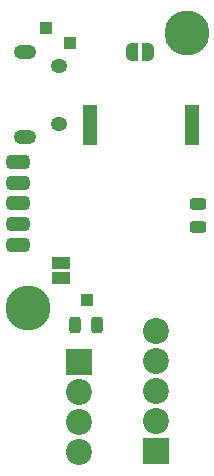
<source format=gbr>
%TF.GenerationSoftware,KiCad,Pcbnew,8.0.0*%
%TF.CreationDate,2024-10-09T20:58:18-07:00*%
%TF.ProjectId,LEO,4c454f2e-6b69-4636-9164-5f7063625858,rev?*%
%TF.SameCoordinates,Original*%
%TF.FileFunction,Soldermask,Top*%
%TF.FilePolarity,Negative*%
%FSLAX46Y46*%
G04 Gerber Fmt 4.6, Leading zero omitted, Abs format (unit mm)*
G04 Created by KiCad (PCBNEW 8.0.0) date 2024-10-09 20:58:18*
%MOMM*%
%LPD*%
G01*
G04 APERTURE LIST*
G04 Aperture macros list*
%AMRoundRect*
0 Rectangle with rounded corners*
0 $1 Rounding radius*
0 $2 $3 $4 $5 $6 $7 $8 $9 X,Y pos of 4 corners*
0 Add a 4 corners polygon primitive as box body*
4,1,4,$2,$3,$4,$5,$6,$7,$8,$9,$2,$3,0*
0 Add four circle primitives for the rounded corners*
1,1,$1+$1,$2,$3*
1,1,$1+$1,$4,$5*
1,1,$1+$1,$6,$7*
1,1,$1+$1,$8,$9*
0 Add four rect primitives between the rounded corners*
20,1,$1+$1,$2,$3,$4,$5,0*
20,1,$1+$1,$4,$5,$6,$7,0*
20,1,$1+$1,$6,$7,$8,$9,0*
20,1,$1+$1,$8,$9,$2,$3,0*%
%AMFreePoly0*
4,1,19,0.500000,-0.750000,0.000000,-0.750000,0.000000,-0.744911,-0.071157,-0.744911,-0.207708,-0.704816,-0.327430,-0.627875,-0.420627,-0.520320,-0.479746,-0.390866,-0.500000,-0.250000,-0.500000,0.250000,-0.479746,0.390866,-0.420627,0.520320,-0.327430,0.627875,-0.207708,0.704816,-0.071157,0.744911,0.000000,0.744911,0.000000,0.750000,0.500000,0.750000,0.500000,-0.750000,0.500000,-0.750000,
$1*%
%AMFreePoly1*
4,1,19,0.000000,0.744911,0.071157,0.744911,0.207708,0.704816,0.327430,0.627875,0.420627,0.520320,0.479746,0.390866,0.500000,0.250000,0.500000,-0.250000,0.479746,-0.390866,0.420627,-0.520320,0.327430,-0.627875,0.207708,-0.704816,0.071157,-0.744911,0.000000,-0.744911,0.000000,-0.750000,-0.500000,-0.750000,-0.500000,0.750000,0.000000,0.750000,0.000000,0.744911,0.000000,0.744911,
$1*%
G04 Aperture macros list end*
%ADD10R,1.300000X3.400000*%
%ADD11FreePoly0,0.000000*%
%ADD12FreePoly1,0.000000*%
%ADD13R,1.000000X1.000000*%
%ADD14R,2.200000X2.200000*%
%ADD15C,2.200000*%
%ADD16C,3.800000*%
%ADD17RoundRect,0.410105X-0.589895X-0.214895X0.589895X-0.214895X0.589895X0.214895X-0.589895X0.214895X0*%
%ADD18R,1.500000X1.000000*%
%ADD19RoundRect,0.243750X0.243750X0.456250X-0.243750X0.456250X-0.243750X-0.456250X0.243750X-0.456250X0*%
%ADD20RoundRect,0.243750X-0.456250X0.243750X-0.456250X-0.243750X0.456250X-0.243750X0.456250X0.243750X0*%
%ADD21O,1.400000X1.200000*%
%ADD22O,1.900000X1.200000*%
G04 APERTURE END LIST*
D10*
%TO.C,BZ1*%
X16320600Y29966000D03*
X7620600Y29966000D03*
%TD*%
D11*
%TO.C,J4*%
X11229400Y36189000D03*
D12*
X12529400Y36189000D03*
%TD*%
D13*
%TO.C,TP1*%
X7398600Y15157800D03*
%TD*%
D14*
%TO.C,J6*%
X13240600Y2356200D03*
D15*
X13240600Y4896200D03*
X13240600Y7436200D03*
X13240600Y9976200D03*
X13240600Y12516200D03*
%TD*%
D16*
%TO.C,H1*%
X15831400Y37763800D03*
%TD*%
D14*
%TO.C,J2*%
X6763600Y9950800D03*
D15*
X6763600Y7410800D03*
X6763600Y4870800D03*
X6763600Y2330800D03*
%TD*%
D17*
%TO.C,J5*%
X1556600Y19846000D03*
X1556600Y21596000D03*
X1556600Y23346000D03*
X1556600Y25096000D03*
X1556600Y26846000D03*
%TD*%
D18*
%TO.C,J1*%
X5188800Y17037400D03*
X5188800Y18337400D03*
%TD*%
D16*
%TO.C,H2*%
X2369400Y14527100D03*
%TD*%
D13*
%TO.C,TP4*%
X3918800Y38170200D03*
%TD*%
%TO.C,TP3*%
X5950800Y36951000D03*
%TD*%
D19*
%TO.C,D2*%
X8259900Y13075000D03*
X6384900Y13075000D03*
%TD*%
D20*
%TO.C,D3*%
X16822000Y23258100D03*
X16822000Y21383100D03*
%TD*%
D21*
%TO.C,J7*%
X5022900Y34951200D03*
X5022900Y30111200D03*
D22*
X2122900Y28931200D03*
X2122900Y36131200D03*
%TD*%
M02*

</source>
